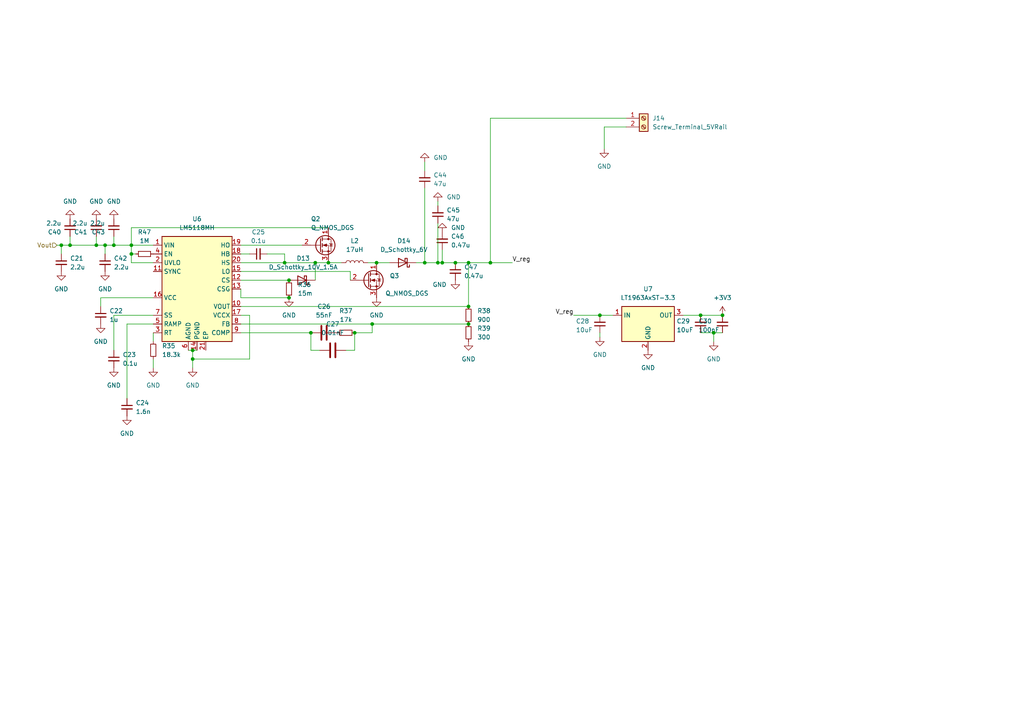
<source format=kicad_sch>
(kicad_sch (version 20211123) (generator eeschema)
  (paper "A4")
  (lib_symbols
    (symbol "Connector:Screw_Terminal_01x02" (pin_names (offset 1.016) hide)
      (property "Reference" "J" (at 0 2.54 0))
      (property "Value" "Screw_Terminal_01x02" (at 0 -5.08 0))
      (symbol "Screw_Terminal_01x02_1_1"
        (rectangle (start -1.27 1.27) (end 1.27 -3.81) (stroke (width 0.254)) (fill (type background)))
        (circle (center 0 -2.54) (radius 0.635) (stroke (width 0.1524)))
        (polyline (pts (xy -0.5334 -2.2098) (xy 0.3302 -3.048)) (stroke (width 0.1524)))
        (polyline (pts (xy -0.5334 0.3302) (xy 0.3302 -0.508)) (stroke (width 0.1524)))
        (polyline (pts (xy -0.3556 -2.032) (xy 0.508 -2.8702)) (stroke (width 0.1524)))
        (polyline (pts (xy -0.3556 0.508) (xy 0.508 -0.3302)) (stroke (width 0.1524)))
        (circle (center 0 0) (radius 0.635) (stroke (width 0.1524)))
        (pin passive line (at -5.08 0 0) (length 3.81) (name "Pin_1") (number "1"))
        (pin passive line (at -5.08 -2.54 0) (length 3.81) (name "Pin_2") (number "2"))
      )
    )
    (symbol "Device:C" (pin_numbers hide) (pin_names (offset 0.254))
      (property "Reference" "C" (at 0.635 2.54 0))
      (property "Value" "C" (at 0.635 -2.54 0))
      (symbol "C_0_1"
        (polyline (pts (xy -2.032 -0.762) (xy 2.032 -0.762)) (stroke (width 0.508)))
        (polyline (pts (xy -2.032 0.762) (xy 2.032 0.762)) (stroke (width 0.508)))
      )
      (symbol "C_1_1"
        (pin passive line (at 0 3.81 270) (length 2.794) (name "~") (number "1"))
        (pin passive line (at 0 -3.81 90) (length 2.794) (name "~") (number "2"))
      )
    )
    (symbol "Device:C_Small" (pin_numbers hide) (pin_names (offset 0.254) hide)
      (property "Reference" "C" (at 0.254 1.778 0))
      (property "Value" "C_Small" (at 0.254 -2.032 0))
      (symbol "C_Small_0_1"
        (polyline (pts (xy -1.524 -0.508) (xy 1.524 -0.508)) (stroke (width 0.3302)))
        (polyline (pts (xy -1.524 0.508) (xy 1.524 0.508)) (stroke (width 0.3048)))
      )
      (symbol "C_Small_1_1"
        (pin passive line (at 0 2.54 270) (length 2.032) (name "~") (number "1"))
        (pin passive line (at 0 -2.54 90) (length 2.032) (name "~") (number "2"))
      )
    )
    (symbol "Device:D_Schottky" (pin_numbers hide) (pin_names (offset 1.016) hide)
      (property "Reference" "D" (at 0 2.54 0))
      (property "Value" "D_Schottky" (at 0 -2.54 0))
      (symbol "D_Schottky_0_1"
        (polyline (pts (xy 1.27 0) (xy -1.27 0)))
        (polyline (pts (xy 1.27 1.27) (xy 1.27 -1.27) (xy -1.27 0) (xy 1.27 1.27)) (stroke (width 0.254)))
        (polyline (pts (xy -1.905 0.635) (xy -1.905 1.27) (xy -1.27 1.27) (xy -1.27 -1.27) (xy -0.635 -1.27) (xy -0.635 -0.635)) (stroke (width 0.254)))
      )
      (symbol "D_Schottky_1_1"
        (pin passive line (at -3.81 0 0) (length 2.54) (name "K") (number "1"))
        (pin passive line (at 3.81 0 180) (length 2.54) (name "A") (number "2"))
      )
    )
    (symbol "Device:L" (pin_numbers hide) (pin_names (offset 1.016) hide)
      (property "Reference" "L" (at -1.27 0 90))
      (property "Value" "L" (at 1.905 0 90))
      (symbol "L_0_1"
        (arc (start 0 -2.54) (mid 0.635 -1.905) (end 0 -1.27))
        (arc (start 0 -1.27) (mid 0.635 -0.635) (end 0 0))
        (arc (start 0 0) (mid 0.635 0.635) (end 0 1.27))
        (arc (start 0 1.27) (mid 0.635 1.905) (end 0 2.54))
      )
      (symbol "L_1_1"
        (pin passive line (at 0 3.81 270) (length 1.27) (name "1") (number "1"))
        (pin passive line (at 0 -3.81 90) (length 1.27) (name "2") (number "2"))
      )
    )
    (symbol "Device:Q_NMOS_DGS" (pin_names (offset 0) hide)
      (property "Reference" "Q" (at 5.08 1.27 0))
      (property "Value" "Q_NMOS_DGS" (at 5.08 -1.27 0))
      (symbol "Q_NMOS_DGS_0_1"
        (polyline (pts (xy 0.254 0) (xy -2.54 0)))
        (polyline (pts (xy 0.254 1.905) (xy 0.254 -1.905)) (stroke (width 0.254)))
        (polyline (pts (xy 0.762 -1.27) (xy 0.762 -2.286)) (stroke (width 0.254)))
        (polyline (pts (xy 0.762 0.508) (xy 0.762 -0.508)) (stroke (width 0.254)))
        (polyline (pts (xy 0.762 2.286) (xy 0.762 1.27)) (stroke (width 0.254)))
        (polyline (pts (xy 2.54 2.54) (xy 2.54 1.778)))
        (polyline (pts (xy 2.54 -2.54) (xy 2.54 0) (xy 0.762 0)))
        (polyline (pts (xy 0.762 -1.778) (xy 3.302 -1.778) (xy 3.302 1.778) (xy 0.762 1.778)))
        (polyline (pts (xy 1.016 0) (xy 2.032 0.381) (xy 2.032 -0.381) (xy 1.016 0)) (fill (type outline)))
        (polyline (pts (xy 2.794 0.508) (xy 2.921 0.381) (xy 3.683 0.381) (xy 3.81 0.254)))
        (polyline (pts (xy 3.302 0.381) (xy 2.921 -0.254) (xy 3.683 -0.254) (xy 3.302 0.381)))
        (circle (center 1.651 0) (radius 2.794) (stroke (width 0.254)))
        (circle (center 2.54 -1.778) (radius 0.254) (fill (type outline)))
        (circle (center 2.54 1.778) (radius 0.254) (fill (type outline)))
      )
      (symbol "Q_NMOS_DGS_1_1"
        (pin passive line (at 2.54 5.08 270) (length 2.54) (name "D") (number "1"))
        (pin input line (at -5.08 0 0) (length 2.54) (name "G") (number "2"))
        (pin passive line (at 2.54 -5.08 90) (length 2.54) (name "S") (number "3"))
      )
    )
    (symbol "Device:R_Small" (pin_numbers hide) (pin_names (offset 0.254) hide)
      (property "Reference" "R" (at 0.762 0.508 0))
      (property "Value" "R_Small" (at 0.762 -1.016 0))
      (symbol "R_Small_0_1"
        (rectangle (start -0.762 1.778) (end 0.762 -1.778) (stroke (width 0.2032)))
      )
      (symbol "R_Small_1_1"
        (pin passive line (at 0 2.54 270) (length 0.762) (name "~") (number "1"))
        (pin passive line (at 0 -2.54 90) (length 0.762) (name "~") (number "2"))
      )
    )
    (symbol "Regulator_Linear:LT1963AxST-3.3"
      (property "Reference" "U" (at -7.62 6.35 0))
      (property "Value" "LT1963AxST-3.3" (at -1.27 6.35 0))
      (symbol "LT1963AxST-3.3_0_1"
        (rectangle (start -7.62 5.08) (end 7.62 -5.08) (stroke (width 0.254)) (fill (type background)))
      )
      (symbol "LT1963AxST-3.3_1_1"
        (pin power_in line (at -10.16 2.54 0) (length 2.54) (name "IN") (number "1"))
        (pin power_in line (at 0 -7.62 90) (length 2.54) (name "GND") (number "2"))
        (pin power_out line (at 10.16 2.54 180) (length 2.54) (name "OUT") (number "3"))
      )
    )
    (symbol "Regulator_Switching:LM5118MH"
      (property "Reference" "U" (at -12.7 19.05 0))
      (property "Value" "LM5118MH" (at -12.7 16.51 0))
      (symbol "LM5118MH_0_1"
        (rectangle (start -10.16 15.24) (end 10.16 -15.24) (stroke (width 0.254)) (fill (type background)))
      )
      (symbol "LM5118MH_1_1"
        (pin power_in line (at -12.7 12.7 0) (length 2.54) (name "VIN") (number "1"))
        (pin input line (at 12.7 -5.08 180) (length 2.54) (name "VOUT") (number "10"))
        (pin input line (at -12.7 5.08 0) (length 2.54) (name "SYNC") (number "11"))
        (pin input line (at 12.7 2.54 180) (length 2.54) (name "CS") (number "12"))
        (pin input line (at 12.7 0 180) (length 2.54) (name "CSG") (number "13"))
        (pin power_in line (at 0 -17.78 90) (length 2.54) (name "PGND") (number "14"))
        (pin output line (at 12.7 5.08 180) (length 2.54) (name "LO") (number "15"))
        (pin power_out line (at -12.7 -2.54 0) (length 2.54) (name "VCC") (number "16"))
        (pin power_in line (at 12.7 -7.62 180) (length 2.54) (name "VCCX") (number "17"))
        (pin passive line (at 12.7 10.16 180) (length 2.54) (name "HB") (number "18"))
        (pin output line (at 12.7 12.7 180) (length 2.54) (name "HO") (number "19"))
        (pin input line (at -12.7 7.62 0) (length 2.54) (name "UVLO") (number "2"))
        (pin passive line (at 12.7 7.62 180) (length 2.54) (name "HS") (number "20"))
        (pin passive line (at 2.54 -17.78 90) (length 2.54) (name "EP") (number "21"))
        (pin passive line (at -12.7 -12.7 0) (length 2.54) (name "RT") (number "3"))
        (pin input line (at -12.7 10.16 0) (length 2.54) (name "EN") (number "4"))
        (pin passive line (at -12.7 -10.16 0) (length 2.54) (name "RAMP") (number "5"))
        (pin power_in line (at -2.54 -17.78 90) (length 2.54) (name "AGND") (number "6"))
        (pin passive line (at -12.7 -7.62 0) (length 2.54) (name "SS") (number "7"))
        (pin input line (at 12.7 -10.16 180) (length 2.54) (name "FB") (number "8"))
        (pin output line (at 12.7 -12.7 180) (length 2.54) (name "COMP") (number "9"))
      )
    )
    (symbol "power:+3V3" (power) (pin_names (offset 0))
      (property "Value" "+3V3" (at 0 3.556 0))
      (symbol "+3V3_0_1"
        (polyline (pts (xy -0.762 1.27) (xy 0 2.54)))
        (polyline (pts (xy 0 0) (xy 0 2.54)))
        (polyline (pts (xy 0 2.54) (xy 0.762 1.27)))
      )
      (symbol "+3V3_1_1"
        (pin power_in line (at 0 0 90) (length 0) hide (name "+3V3") (number "1"))
      )
    )
    (symbol "power:GND" (power) (pin_names (offset 0))
      (property "Value" "GND" (at 0 -3.81 0))
      (symbol "GND_0_1"
        (polyline (pts (xy 0 0) (xy 0 -1.27) (xy 1.27 -1.27) (xy 0 -2.54) (xy -1.27 -1.27) (xy 0 -1.27)))
      )
      (symbol "GND_1_1"
        (pin power_in line (at 0 0 270) (length 0) hide (name "GND") (number "1"))
      )
    )
  )
  (junction (at 27.94 71.12))
  (junction (at 209.55 91.44))
  (junction (at 142.24 76.2))
  (junction (at 107.95 93.98))
  (junction (at 102.87 96.52))
  (junction (at 83.82 86.36))
  (junction (at 95.25 76.2))
  (junction (at 33.02 71.12))
  (junction (at 127 76.2))
  (junction (at 90.17 96.52))
  (junction (at 135.89 76.2))
  (junction (at 30.48 71.12))
  (junction (at 20.32 71.12))
  (junction (at 91.44 76.2))
  (junction (at 82.55 76.2))
  (junction (at 38.1 71.12))
  (junction (at 203.2 91.44))
  (junction (at 83.82 81.28))
  (junction (at 109.22 76.2))
  (junction (at 55.88 101.6))
  (junction (at 123.19 76.2))
  (junction (at 135.89 88.9))
  (junction (at 55.88 104.14))
  (junction (at 17.78 71.12))
  (junction (at 38.1 73.66))
  (junction (at 135.89 93.98))
  (junction (at 173.99 91.44))
  (junction (at 128.27 76.2))
  (junction (at 207.01 96.52))
  (junction (at 132.08 76.2))
  (wire (pts (xy 17.78 71.12) (xy 17.78 73.66)))
  (wire (pts (xy 91.44 76.2) (xy 91.44 81.28)))
  (wire (pts (xy 69.85 88.9) (xy 135.89 88.9)))
  (wire (pts (xy 36.83 93.98) (xy 36.83 115.57)))
  (wire (pts (xy 90.17 96.52) (xy 90.17 101.6)))
  (wire (pts (xy 142.24 76.2) (xy 148.59 76.2)))
  (wire (pts (xy 128.27 72.39) (xy 128.27 76.2)))
  (wire (pts (xy 69.85 96.52) (xy 90.17 96.52)))
  (wire (pts (xy 142.24 76.2) (xy 142.24 34.29)))
  (wire (pts (xy 69.85 86.36) (xy 83.82 86.36)))
  (wire (pts (xy 175.26 36.83) (xy 175.26 43.18)))
  (wire (pts (xy 123.19 54.61) (xy 123.19 76.2)))
  (wire (pts (xy 135.89 88.9) (xy 135.89 76.2)))
  (wire (pts (xy 72.39 91.44) (xy 72.39 104.14)))
  (wire (pts (xy 17.78 71.12) (xy 20.32 71.12)))
  (wire (pts (xy 173.99 96.52) (xy 173.99 97.79)))
  (wire (pts (xy 54.61 101.6) (xy 55.88 101.6)))
  (wire (pts (xy 207.01 96.52) (xy 207.01 99.06)))
  (wire (pts (xy 77.47 73.66) (xy 82.55 73.66)))
  (wire (pts (xy 107.95 93.98) (xy 135.89 93.98)))
  (wire (pts (xy 44.45 93.98) (xy 36.83 93.98)))
  (wire (pts (xy 20.32 71.12) (xy 27.94 71.12)))
  (wire (pts (xy 38.1 71.12) (xy 44.45 71.12)))
  (wire (pts (xy 123.19 76.2) (xy 127 76.2)))
  (wire (pts (xy 69.85 73.66) (xy 72.39 73.66)))
  (wire (pts (xy 30.48 71.12) (xy 33.02 71.12)))
  (wire (pts (xy 128.27 76.2) (xy 132.08 76.2)))
  (wire (pts (xy 198.12 91.44) (xy 203.2 91.44)))
  (wire (pts (xy 55.88 101.6) (xy 57.15 101.6)))
  (wire (pts (xy 109.22 76.2) (xy 113.03 76.2)))
  (wire (pts (xy 166.37 91.44) (xy 173.99 91.44)))
  (wire (pts (xy 38.1 73.66) (xy 38.1 71.12)))
  (wire (pts (xy 203.2 96.52) (xy 207.01 96.52)))
  (wire (pts (xy 20.32 71.12) (xy 20.32 68.58)))
  (wire (pts (xy 44.45 86.36) (xy 29.21 86.36)))
  (wire (pts (xy 38.1 71.12) (xy 38.1 66.04)))
  (wire (pts (xy 181.61 36.83) (xy 175.26 36.83)))
  (wire (pts (xy 29.21 86.36) (xy 29.21 88.9)))
  (wire (pts (xy 203.2 91.44) (xy 209.55 91.44)))
  (wire (pts (xy 132.08 76.2) (xy 135.89 76.2)))
  (wire (pts (xy 72.39 104.14) (xy 55.88 104.14)))
  (wire (pts (xy 27.94 71.12) (xy 30.48 71.12)))
  (wire (pts (xy 33.02 71.12) (xy 38.1 71.12)))
  (wire (pts (xy 82.55 73.66) (xy 82.55 76.2)))
  (wire (pts (xy 100.33 101.6) (xy 102.87 101.6)))
  (wire (pts (xy 106.68 76.2) (xy 109.22 76.2)))
  (wire (pts (xy 72.39 91.44) (xy 69.85 91.44)))
  (wire (pts (xy 44.45 96.52) (xy 44.45 99.06)))
  (wire (pts (xy 102.87 101.6) (xy 102.87 96.52)))
  (wire (pts (xy 207.01 96.52) (xy 209.55 96.52)))
  (wire (pts (xy 69.85 93.98) (xy 107.95 93.98)))
  (wire (pts (xy 69.85 83.82) (xy 69.85 86.36)))
  (wire (pts (xy 82.55 76.2) (xy 91.44 76.2)))
  (wire (pts (xy 33.02 71.12) (xy 33.02 68.58)))
  (wire (pts (xy 127 76.2) (xy 128.27 76.2)))
  (wire (pts (xy 123.19 46.99) (xy 123.19 49.53)))
  (wire (pts (xy 44.45 91.44) (xy 33.02 91.44)))
  (wire (pts (xy 38.1 76.2) (xy 38.1 73.66)))
  (wire (pts (xy 127 58.42) (xy 127 59.69)))
  (wire (pts (xy 91.44 76.2) (xy 95.25 76.2)))
  (wire (pts (xy 90.17 101.6) (xy 92.71 101.6)))
  (wire (pts (xy 44.45 104.14) (xy 44.45 106.68)))
  (wire (pts (xy 69.85 81.28) (xy 83.82 81.28)))
  (wire (pts (xy 69.85 71.12) (xy 87.63 71.12)))
  (wire (pts (xy 30.48 71.12) (xy 30.48 73.66)))
  (wire (pts (xy 142.24 34.29) (xy 181.61 34.29)))
  (wire (pts (xy 95.25 76.2) (xy 99.06 76.2)))
  (wire (pts (xy 173.99 91.44) (xy 177.8 91.44)))
  (wire (pts (xy 16.51 71.12) (xy 17.78 71.12)))
  (wire (pts (xy 107.95 96.52) (xy 107.95 93.98)))
  (wire (pts (xy 55.88 104.14) (xy 55.88 106.68)))
  (wire (pts (xy 33.02 91.44) (xy 33.02 101.6)))
  (wire (pts (xy 69.85 78.74) (xy 101.6 78.74)))
  (wire (pts (xy 127 64.77) (xy 127 76.2)))
  (wire (pts (xy 102.87 96.52) (xy 107.95 96.52)))
  (wire (pts (xy 38.1 76.2) (xy 44.45 76.2)))
  (wire (pts (xy 27.94 71.12) (xy 27.94 68.58)))
  (wire (pts (xy 39.37 73.66) (xy 38.1 73.66)))
  (wire (pts (xy 101.6 78.74) (xy 101.6 81.28)))
  (wire (pts (xy 55.88 101.6) (xy 55.88 104.14)))
  (wire (pts (xy 120.65 76.2) (xy 123.19 76.2)))
  (wire (pts (xy 69.85 76.2) (xy 82.55 76.2)))
  (wire (pts (xy 38.1 66.04) (xy 95.25 66.04)))
  (wire (pts (xy 135.89 76.2) (xy 142.24 76.2)))
  (label "V_reg" (at 148.59 76.2 0))
  (label "V_reg" (at 166.37 91.44 180))
  (hierarchical_label "Vout" (shape input) (at 16.51 71.12 180))
  (symbol (lib_id "Device:C_Small") (at 29.21 91.44 0) (unit 1)
    (property "Reference" "C22" (at 31.75 90.1762 0) (effects (justify left)))
    (property "Value" "1u" (at 31.75 92.7162 0) (effects (justify left)))
    (property "Footprint" "Capacitor_SMD:C_0603_1608Metric" (effects hide))
  )
  (symbol (lib_id "power:GND") (at 127 58.42 180) (unit 1)
    (property "Reference" "#PWR0151" (effects hide))
    (property "Value" "GND" (at 129.54 57.1499 0) (effects (justify right)))
  )
  (symbol (lib_id "Connector:Screw_Terminal_01x02") (at 186.69 34.29 0) (unit 1)
    (property "Reference" "J14" (at 189.23 34.2899 0) (effects (justify left)))
    (property "Value" "Screw_Terminal_5VRail" (at 189.23 36.8299 0) (effects (justify left)))
    (property "Footprint" "TerminalBlock_TE-Connectivity:TerminalBlock_TE_282834-2_1x02_P2.54mm_Horizontal" (effects hide))
  )
  (symbol (lib_id "power:GND") (at 135.89 99.06 0) (unit 1)
    (property "Reference" "#PWR019" (effects hide))
    (property "Value" "GND" (at 135.89 104.14 0))
  )
  (symbol (lib_id "Device:C_Small") (at 132.08 78.74 0) (unit 1)
    (property "Reference" "C47" (at 134.62 77.4762 0) (effects (justify left)))
    (property "Value" "0.47u" (at 134.62 80.0162 0) (effects (justify left)))
    (property "Footprint" "Capacitor_SMD:C_0603_1608Metric" (effects hide))
  )
  (symbol (lib_id "power:GND") (at 55.88 106.68 0) (unit 1)
    (property "Reference" "#PWR016" (effects hide))
    (property "Value" "GND" (at 55.88 111.76 0))
  )
  (symbol (lib_id "Device:C_Small") (at 17.78 76.2 0) (unit 1)
    (property "Reference" "C21" (at 20.32 74.9362 0) (effects (justify left)))
    (property "Value" "2.2u" (at 20.32 77.4762 0) (effects (justify left)))
    (property "Footprint" "Capacitor_SMD:C_0603_1608Metric" (effects hide))
  )
  (symbol (lib_id "Device:D_Schottky") (at 87.63 81.28 180) (unit 1)
    (property "Reference" "D13" (at 87.9475 74.93 0))
    (property "Value" "D_Schottky_10V_1.5A" (at 87.9475 77.47 0))
    (property "Footprint" "Diode_SMD:D_SOD-128" (effects hide))
  )
  (symbol (lib_id "power:GND") (at 36.83 120.65 0) (unit 1)
    (property "Reference" "#PWR014" (effects hide))
    (property "Value" "GND" (at 36.83 125.73 0))
  )
  (symbol (lib_id "power:GND") (at 187.96 101.6 0) (unit 1)
    (property "Reference" "#PWR021" (effects hide))
    (property "Value" "GND" (at 187.96 106.68 0))
  )
  (symbol (lib_id "Device:Q_NMOS_DGS") (at 106.68 81.28 0) (unit 1)
    (property "Reference" "Q3" (at 113.03 80.0099 0) (effects (justify left)))
    (property "Value" "Q_NMOS_DGS" (at 111.76 85.09 0) (effects (justify left)))
    (property "Footprint" "Package_TO_SOT_SMD:SOT-23" (effects hide))
  )
  (symbol (lib_id "power:GND") (at 128.27 67.31 180) (unit 1)
    (property "Reference" "#PWR0152" (effects hide))
    (property "Value" "GND" (at 130.81 66.0399 0) (effects (justify right)))
  )
  (symbol (lib_id "Device:C_Small") (at 173.99 93.98 180) (unit 1)
    (property "Reference" "C28" (at 167.0211 93.1611 0) (effects (justify right)))
    (property "Value" "10uF" (at 167.0211 95.7011 0) (effects (justify right)))
    (property "Footprint" "Capacitor_SMD:C_0603_1608Metric" (effects hide))
  )
  (symbol (lib_id "power:GND") (at 44.45 106.68 0) (unit 1)
    (property "Reference" "#PWR015" (effects hide))
    (property "Value" "GND" (at 44.45 111.76 0))
  )
  (symbol (lib_id "Device:R_Small") (at 41.91 73.66 90) (unit 1)
    (property "Reference" "R47" (at 41.91 67.31 90))
    (property "Value" "1M" (at 41.91 69.85 90))
    (property "Footprint" "Resistor_SMD:R_0603_1608Metric" (effects hide))
  )
  (symbol (lib_id "Device:C_Small") (at 74.93 73.66 90) (unit 1)
    (property "Reference" "C25" (at 74.9363 67.31 90))
    (property "Value" "0.1u" (at 74.9363 69.85 90))
    (property "Footprint" "Capacitor_SMD:C_0603_1608Metric" (effects hide))
  )
  (symbol (lib_id "Device:C_Small") (at 30.48 76.2 0) (unit 1)
    (property "Reference" "C42" (at 33.02 74.9362 0) (effects (justify left)))
    (property "Value" "2.2u" (at 33.02 77.4762 0) (effects (justify left)))
    (property "Footprint" "Capacitor_SMD:C_0603_1608Metric" (effects hide))
  )
  (symbol (lib_id "Regulator_Switching:LM5118MH") (at 57.15 83.82 0) (unit 1)
    (property "Reference" "U6" (at 57.15 63.5 0))
    (property "Value" "LM5118MH" (at 57.15 66.04 0))
    (property "Footprint" "Package_SO:Texas_PWP0020A" (effects hide))
    (property "Datasheet" "https://www.ti.com/lit/ds/symlink/lm5118.pdf" (effects hide))
  )
  (symbol (lib_id "power:GND") (at 30.48 78.74 0) (unit 1)
    (property "Reference" "#PWR0141" (effects hide))
    (property "Value" "GND" (at 30.48 83.82 0))
  )
  (symbol (lib_id "Device:R_Small") (at 100.33 96.52 90) (unit 1)
    (property "Reference" "R37" (at 100.33 90.17 90))
    (property "Value" "17k" (at 100.33 92.71 90))
    (property "Footprint" "Resistor_SMD:R_0603_1608Metric" (effects hide))
  )
  (symbol (lib_id "Device:R_Small") (at 135.89 96.52 0) (unit 1)
    (property "Reference" "R39" (at 138.43 95.2499 0) (effects (justify left)))
    (property "Value" "300" (at 138.43 97.7899 0) (effects (justify left)))
    (property "Footprint" "Resistor_SMD:R_0603_1608Metric" (effects hide))
  )
  (symbol (lib_id "Device:R_Small") (at 83.82 83.82 0) (unit 1)
    (property "Reference" "R36" (at 86.36 82.5499 0) (effects (justify left)))
    (property "Value" "15m" (at 86.36 85.0899 0) (effects (justify left)))
    (property "Footprint" "Resistor_SMD:R_0603_1608Metric" (effects hide))
  )
  (symbol (lib_id "power:GND") (at 173.99 97.79 0) (unit 1)
    (property "Reference" "#PWR020" (effects hide))
    (property "Value" "GND" (at 173.99 102.87 0))
  )
  (symbol (lib_id "power:GND") (at 83.82 86.36 0) (unit 1)
    (property "Reference" "#PWR017" (effects hide))
    (property "Value" "GND" (at 83.82 91.44 0))
  )
  (symbol (lib_id "Device:Q_NMOS_DGS") (at 92.71 71.12 0) (unit 1)
    (property "Reference" "Q2" (at 90.17 63.5 0) (effects (justify left)))
    (property "Value" "Q_NMOS_DGS" (at 90.17 66.04 0) (effects (justify left)))
    (property "Footprint" "Package_TO_SOT_SMD:SOT-23" (effects hide))
  )
  (symbol (lib_id "power:GND") (at 109.22 86.36 0) (unit 1)
    (property "Reference" "#PWR018" (effects hide))
    (property "Value" "GND" (at 109.22 91.44 0))
  )
  (symbol (lib_id "power:GND") (at 132.08 81.28 0) (unit 1)
    (property "Reference" "#PWR0143" (effects hide))
    (property "Value" "GND" (at 129.54 82.5501 0) (effects (justify right)))
  )
  (symbol (lib_id "Device:C_Small") (at 123.19 52.07 180) (unit 1)
    (property "Reference" "C44" (at 125.73 50.7935 0) (effects (justify right)))
    (property "Value" "47u" (at 125.73 53.3335 0) (effects (justify right)))
    (property "Footprint" "Capacitor_SMD:C_0603_1608Metric" (effects hide))
  )
  (symbol (lib_id "power:GND") (at 33.02 106.68 0) (unit 1)
    (property "Reference" "#PWR013" (effects hide))
    (property "Value" "GND" (at 33.02 111.76 0))
  )
  (symbol (lib_id "Device:C") (at 93.98 96.52 270) (unit 1)
    (property "Reference" "C26" (at 93.98 88.9 90))
    (property "Value" "55nF" (at 93.98 91.44 90))
    (property "Footprint" "Capacitor_SMD:C_0603_1608Metric" (effects hide))
  )
  (symbol (lib_id "Device:C") (at 96.52 101.6 270) (unit 1)
    (property "Reference" "C27" (at 96.52 93.98 90))
    (property "Value" "0.01nF" (at 96.52 96.52 90))
    (property "Footprint" "Capacitor_SMD:C_0603_1608Metric" (effects hide))
  )
  (symbol (lib_id "Device:C_Small") (at 20.32 66.04 180) (unit 1)
    (property "Reference" "C40" (at 17.78 67.3038 0) (effects (justify left)))
    (property "Value" "2.2u" (at 17.78 64.7638 0) (effects (justify left)))
    (property "Footprint" "Capacitor_SMD:C_0603_1608Metric" (effects hide))
  )
  (symbol (lib_id "power:GND") (at 123.19 46.99 180) (unit 1)
    (property "Reference" "#PWR0144" (effects hide))
    (property "Value" "GND" (at 125.73 45.7199 0) (effects (justify right)))
  )
  (symbol (lib_id "power:GND") (at 175.26 43.18 0) (unit 1)
    (property "Reference" "#PWR0138" (effects hide))
    (property "Value" "GND" (at 175.26 48.26 0))
  )
  (symbol (lib_id "power:+3V3") (at 209.55 91.44 0) (unit 1)
    (property "Reference" "#PWR023" (effects hide))
    (property "Value" "+3V3" (at 209.55 86.36 0))
  )
  (symbol (lib_id "Device:C_Small") (at 203.2 93.98 180) (unit 1)
    (property "Reference" "C29" (at 196.2311 93.1611 0) (effects (justify right)))
    (property "Value" "10uF" (at 196.2311 95.7011 0) (effects (justify right)))
    (property "Footprint" "Capacitor_SMD:C_0603_1608Metric" (effects hide))
  )
  (symbol (lib_id "Device:C_Small") (at 33.02 104.14 0) (unit 1)
    (property "Reference" "C23" (at 35.56 102.8762 0) (effects (justify left)))
    (property "Value" "0.1u" (at 35.56 105.4162 0) (effects (justify left)))
    (property "Footprint" "Capacitor_SMD:C_0603_1608Metric" (effects hide))
  )
  (symbol (lib_id "Device:D_Schottky") (at 116.84 76.2 180) (unit 1)
    (property "Reference" "D14" (at 117.1575 69.85 0))
    (property "Value" "D_Schottky_6V" (at 117.1575 72.39 0))
    (property "Footprint" "Diode_SMD:D_SOD-128" (effects hide))
  )
  (symbol (lib_id "Device:R_Small") (at 135.89 91.44 0) (unit 1)
    (property "Reference" "R38" (at 138.43 90.1699 0) (effects (justify left)))
    (property "Value" "900" (at 138.43 92.7099 0) (effects (justify left)))
    (property "Footprint" "Resistor_SMD:R_0603_1608Metric" (effects hide))
  )
  (symbol (lib_id "power:GND") (at 207.01 99.06 0) (unit 1)
    (property "Reference" "#PWR022" (effects hide))
    (property "Value" "GND" (at 207.01 104.14 0))
  )
  (symbol (lib_id "Device:C_Small") (at 33.02 66.04 180) (unit 1)
    (property "Reference" "C43" (at 30.48 67.3038 0) (effects (justify left)))
    (property "Value" "2.2u" (at 30.48 64.7638 0) (effects (justify left)))
    (property "Footprint" "Capacitor_SMD:C_0603_1608Metric" (effects hide))
  )
  (symbol (lib_id "Device:R_Small") (at 44.45 101.6 0) (unit 1)
    (property "Reference" "R35" (at 46.99 100.3299 0) (effects (justify left)))
    (property "Value" "18.3k" (at 46.99 102.8699 0) (effects (justify left)))
    (property "Footprint" "Resistor_SMD:R_0603_1608Metric" (effects hide))
  )
  (symbol (lib_id "power:GND") (at 20.32 63.5 180) (unit 1)
    (property "Reference" "#PWR0139" (effects hide))
    (property "Value" "GND" (at 20.32 58.42 0))
  )
  (symbol (lib_id "Device:C_Small") (at 36.83 118.11 0) (unit 1)
    (property "Reference" "C24" (at 39.37 116.8462 0) (effects (justify left)))
    (property "Value" "1.6n" (at 39.37 119.3862 0) (effects (justify left)))
    (property "Footprint" "Capacitor_SMD:C_0603_1608Metric" (effects hide))
  )
  (symbol (lib_id "Device:C_Small") (at 127 62.23 180) (unit 1)
    (property "Reference" "C45" (at 129.54 60.9535 0) (effects (justify right)))
    (property "Value" "47u" (at 129.54 63.4935 0) (effects (justify right)))
    (property "Footprint" "Capacitor_SMD:C_0603_1608Metric" (effects hide))
  )
  (symbol (lib_id "Device:C_Small") (at 209.55 93.98 180) (unit 1)
    (property "Reference" "C30" (at 202.5811 93.1611 0) (effects (justify right)))
    (property "Value" "100nF" (at 202.5811 95.7011 0) (effects (justify right)))
    (property "Footprint" "Capacitor_SMD:C_0603_1608Metric" (effects hide))
  )
  (symbol (lib_id "power:GND") (at 33.02 63.5 180) (unit 1)
    (property "Reference" "#PWR0142" (effects hide))
    (property "Value" "GND" (at 33.02 58.42 0))
  )
  (symbol (lib_id "Regulator_Linear:LT1963AxST-3.3") (at 187.96 93.98 0) (unit 1)
    (property "Reference" "U7" (at 187.96 83.82 0))
    (property "Value" "LT1963AxST-3.3" (at 187.96 86.36 0))
    (property "Footprint" "Package_TO_SOT_SMD:SOT-223-3_TabPin2" (effects hide))
    (property "Datasheet" "https://www.analog.com/media/en/technical-documentation/data-sheets/1963aff.pdf" (effects hide))
  )
  (symbol (lib_id "power:GND") (at 17.78 78.74 0) (unit 1)
    (property "Reference" "#PWR011" (effects hide))
    (property "Value" "GND" (at 17.78 83.82 0))
  )
  (symbol (lib_id "power:GND") (at 29.21 93.98 0) (unit 1)
    (property "Reference" "#PWR012" (effects hide))
    (property "Value" "GND" (at 29.21 99.06 0))
  )
  (symbol (lib_id "Device:L") (at 102.87 76.2 90) (unit 1)
    (property "Reference" "L2" (at 102.87 69.85 90))
    (property "Value" "17uH" (at 102.87 72.39 90))
    (property "Footprint" "Inductor_SMD:L_0603_1608Metric" (effects hide))
  )
  (symbol (lib_id "Device:C_Small") (at 128.27 69.85 180) (unit 1)
    (property "Reference" "C46" (at 130.81 68.5735 0) (effects (justify right)))
    (property "Value" "0.47u" (at 130.81 71.1135 0) (effects (justify right)))
    (property "Footprint" "Capacitor_SMD:C_0603_1608Metric" (effects hide))
  )
  (symbol (lib_id "power:GND") (at 27.94 63.5 180) (unit 1)
    (property "Reference" "#PWR0140" (effects hide))
    (property "Value" "GND" (at 27.94 58.42 0))
  )
  (symbol (lib_id "Device:C_Small") (at 27.94 66.04 180) (unit 1)
    (property "Reference" "C41" (at 25.4 67.3038 0) (effects (justify left)))
    (property "Value" "2.2u" (at 25.4 64.7638 0) (effects (justify left)))
    (property "Footprint" "Capacitor_SMD:C_0603_1608Metric" (effects hide))
  )
)
</source>
